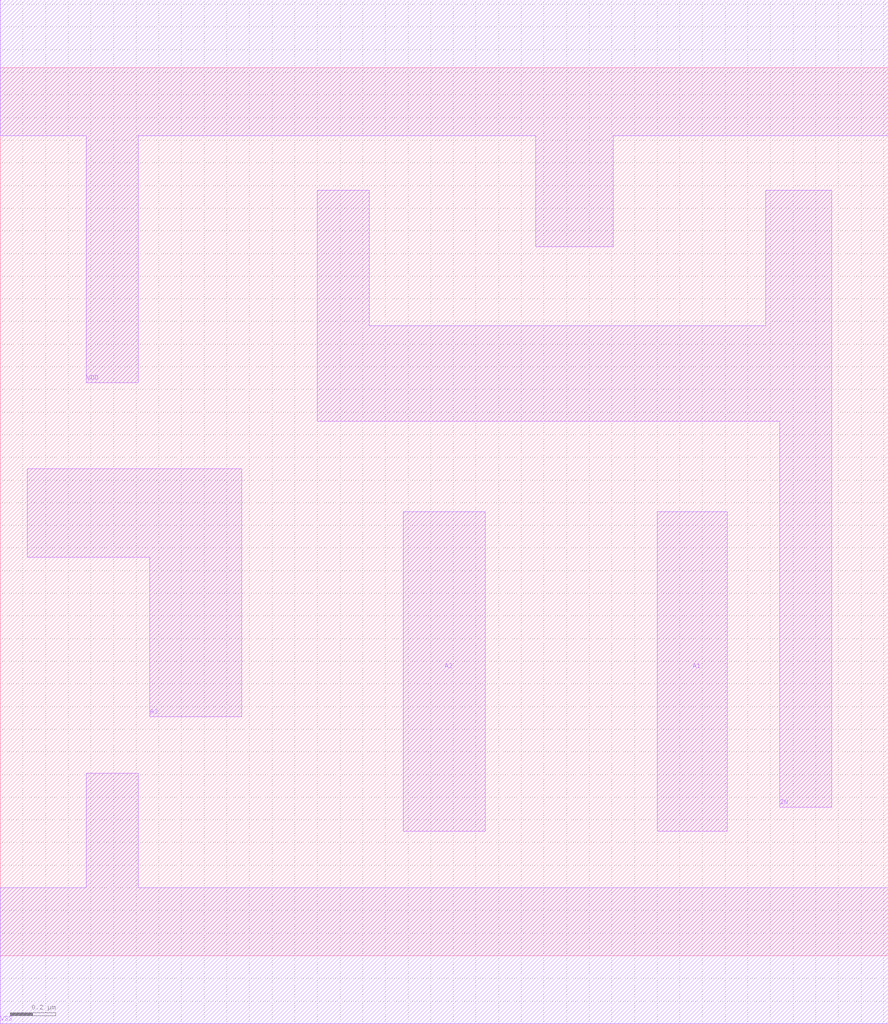
<source format=lef>
# Copyright 2022 GlobalFoundries PDK Authors
#
# Licensed under the Apache License, Version 2.0 (the "License");
# you may not use this file except in compliance with the License.
# You may obtain a copy of the License at
#
#      http://www.apache.org/licenses/LICENSE-2.0
#
# Unless required by applicable law or agreed to in writing, software
# distributed under the License is distributed on an "AS IS" BASIS,
# WITHOUT WARRANTIES OR CONDITIONS OF ANY KIND, either express or implied.
# See the License for the specific language governing permissions and
# limitations under the License.

MACRO gf180mcu_fd_sc_mcu7t5v0__nand3_1
  CLASS core ;
  FOREIGN gf180mcu_fd_sc_mcu7t5v0__nand3_1 0.0 0.0 ;
  ORIGIN 0 0 ;
  SYMMETRY X Y ;
  SITE GF018hv5v_mcu_sc7 ;
  SIZE 3.92 BY 3.92 ;
  PIN A1
    DIRECTION INPUT ;
    ANTENNAGATEAREA 0.9845 ;
    PORT
      LAYER METAL1 ;
        POLYGON 2.9 0.55 3.21 0.55 3.21 1.96 2.9 1.96  ;
    END
  END A1
  PIN A2
    DIRECTION INPUT ;
    ANTENNAGATEAREA 0.9845 ;
    PORT
      LAYER METAL1 ;
        POLYGON 1.78 0.55 2.14 0.55 2.14 1.96 1.78 1.96  ;
    END
  END A2
  PIN A3
    DIRECTION INPUT ;
    ANTENNAGATEAREA 0.9845 ;
    PORT
      LAYER METAL1 ;
        POLYGON 0.12 1.76 0.66 1.76 0.66 1.055 1.065 1.055 1.065 2.15 0.12 2.15  ;
    END
  END A3
  PIN ZN
    DIRECTION OUTPUT ;
    ANTENNADIFFAREA 1.3064 ;
    PORT
      LAYER METAL1 ;
        POLYGON 1.4 2.36 3.44 2.36 3.44 0.655 3.67 0.655 3.67 3.38 3.38 3.38 3.38 2.78 1.63 2.78 1.63 3.38 1.4 3.38  ;
    END
  END ZN
  PIN VDD
    DIRECTION INOUT ;
    USE power ;
    SHAPE ABUTMENT ;
    PORT
      LAYER METAL1 ;
        POLYGON 0 3.62 0.38 3.62 0.38 2.53 0.61 2.53 0.61 3.62 2.365 3.62 2.365 3.13 2.705 3.13 2.705 3.62 3.92 3.62 3.92 4.22 0 4.22  ;
    END
  END VDD
  PIN VSS
    DIRECTION INOUT ;
    USE ground ;
    SHAPE ABUTMENT ;
    PORT
      LAYER METAL1 ;
        POLYGON 0 -0.3 3.92 -0.3 3.92 0.3 0.61 0.3 0.61 0.805 0.38 0.805 0.38 0.3 0 0.3  ;
    END
  END VSS
END gf180mcu_fd_sc_mcu7t5v0__nand3_1

</source>
